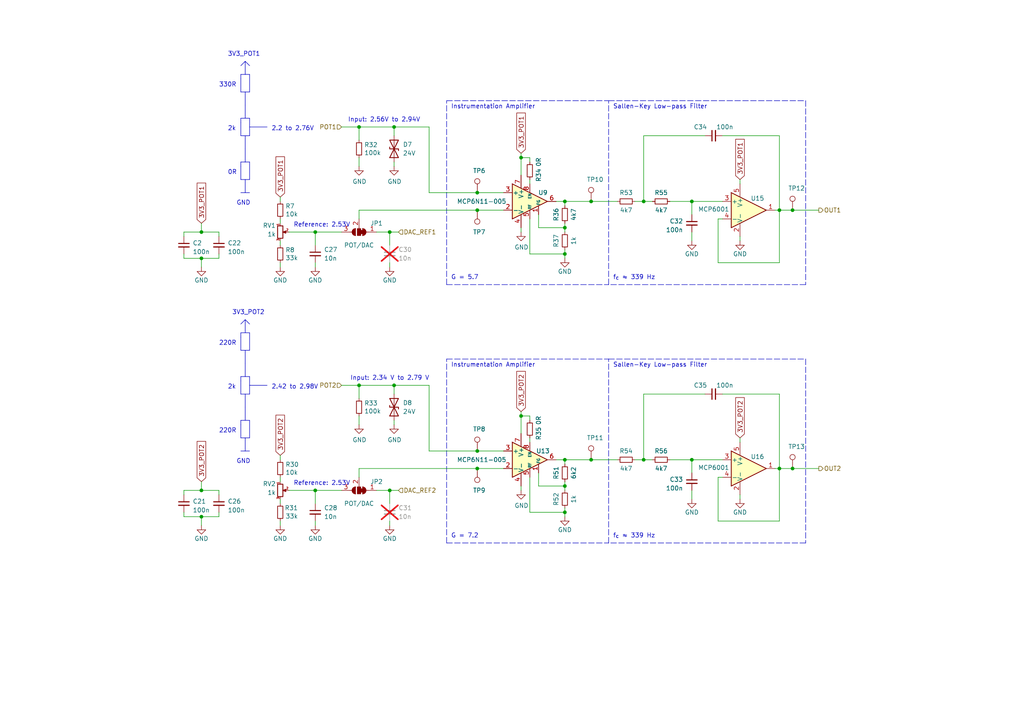
<source format=kicad_sch>
(kicad_sch (version 20230121) (generator eeschema)
  (paper "A4")
  (lib_symbols
    (symbol "Amplifier_Operational:MCP6001-OT" (pin_names (offset 0.127))
      (property "Reference" "U" (at -1.27 6.35 0))
      (property "Value" "MCP6001-OT" (at -1.27 3.81 0))
      (symbol "MCP6001-OT_0_1"
        (polyline (pts (xy -5.08 5.08) (xy 5.08 0) (xy -5.08 -5.08) (xy -5.08 5.08)) (stroke (width 0.254)) (fill (type background)))
        (pin power_in line (at -2.54 -7.62 90) (length 3.81) (name "V-") (number "2"))
        (pin power_in line (at -2.54 7.62 270) (length 3.81) (name "V+") (number "5"))
      )
      (symbol "MCP6001-OT_1_1"
        (pin output line (at 7.62 0 180) (length 2.54) (name "~") (number "1"))
        (pin input line (at -7.62 2.54 0) (length 2.54) (name "+") (number "3"))
        (pin input line (at -7.62 -2.54 0) (length 2.54) (name "-") (number "4"))
      )
    )
    (symbol "Connector:TestPoint" (pin_numbers hide) (pin_names (offset 0.762) hide)
      (property "Reference" "TP" (at 0 6.858 0))
      (property "Value" "TestPoint" (at 0 5.08 0))
      (symbol "TestPoint_0_1"
        (circle (center 0 3.302) (radius 0.762))
      )
      (symbol "TestPoint_1_1"
        (pin passive line (at 0 0 90) (length 2.54) (name "1") (number "1"))
      )
    )
    (symbol "Device:C_Small" (pin_numbers hide) (pin_names (offset 0.254) hide)
      (property "Reference" "C" (at 0.254 1.778 0))
      (property "Value" "C_Small" (at 0.254 -2.032 0))
      (symbol "C_Small_0_1"
        (polyline (pts (xy -1.524 -0.508) (xy 1.524 -0.508)) (stroke (width 0.3302)))
        (polyline (pts (xy -1.524 0.508) (xy 1.524 0.508)) (stroke (width 0.3048)))
      )
      (symbol "C_Small_1_1"
        (pin passive line (at 0 2.54 270) (length 2.032) (name "~") (number "1"))
        (pin passive line (at 0 -2.54 90) (length 2.032) (name "~") (number "2"))
      )
    )
    (symbol "Device:D_TVS" (pin_numbers hide) (pin_names (offset 1.016) hide)
      (property "Reference" "D" (at 0 2.54 0))
      (property "Value" "D_TVS" (at 0 -2.54 0))
      (symbol "D_TVS_0_1"
        (polyline (pts (xy 1.27 0) (xy -1.27 0)))
        (polyline (pts (xy 0.508 1.27) (xy 0 1.27) (xy 0 -1.27) (xy -0.508 -1.27)) (stroke (width 0.254)))
        (polyline (pts (xy -2.54 1.27) (xy -2.54 -1.27) (xy 2.54 1.27) (xy 2.54 -1.27) (xy -2.54 1.27)) (stroke (width 0.254)))
      )
      (symbol "D_TVS_1_1"
        (pin passive line (at -3.81 0 0) (length 2.54) (name "A1") (number "1"))
        (pin passive line (at 3.81 0 180) (length 2.54) (name "A2") (number "2"))
      )
    )
    (symbol "Device:R_Potentiometer_Small" (pin_names (offset 1.016) hide)
      (property "Reference" "RV" (at -4.445 0 90))
      (property "Value" "R_Potentiometer_Small" (at -2.54 0 90))
      (symbol "R_Potentiometer_Small_0_1"
        (polyline (pts (xy 0.889 0) (xy 0.635 0) (xy 1.651 0.381) (xy 1.651 -0.381) (xy 0.635 0) (xy 0.889 0)) (fill (type outline)))
        (rectangle (start 0.762 1.8034) (end -0.762 -1.8034) (stroke (width 0.254)))
      )
      (symbol "R_Potentiometer_Small_1_1"
        (pin passive line (at 0 2.54 270) (length 0.635) (name "1") (number "1"))
        (pin passive line (at 2.54 0 180) (length 0.9906) (name "2") (number "2"))
        (pin passive line (at 0 -2.54 90) (length 0.635) (name "3") (number "3"))
      )
    )
    (symbol "Device:R_Small" (pin_numbers hide) (pin_names (offset 0.254) hide)
      (property "Reference" "R" (at 0.762 0.508 0))
      (property "Value" "R_Small" (at 0.762 -1.016 0))
      (symbol "R_Small_0_1"
        (rectangle (start -0.762 1.778) (end 0.762 -1.778) (stroke (width 0.2032)))
      )
      (symbol "R_Small_1_1"
        (pin passive line (at 0 2.54 270) (length 0.762) (name "~") (number "1"))
        (pin passive line (at 0 -2.54 90) (length 0.762) (name "~") (number "2"))
      )
    )
    (symbol "Jumper:SolderJumper_3_Bridged12" (pin_names (offset 0) hide)
      (property "Reference" "JP" (at -2.54 -2.54 0))
      (property "Value" "SolderJumper_3_Bridged12" (at 0 2.794 0))
      (symbol "SolderJumper_3_Bridged12_0_1"
        (rectangle (start -1.016 0.508) (end -0.508 -0.508) (fill (type outline)))
        (arc (start -1.016 1.016) (mid -2.0276 0) (end -1.016 -1.016))
        (arc (start -1.016 1.016) (mid -2.0276 0) (end -1.016 -1.016) (fill (type outline)))
        (rectangle (start -0.508 1.016) (end 0.508 -1.016) (fill (type outline)))
        (polyline (pts (xy -2.54 0) (xy -2.032 0)))
        (polyline (pts (xy -1.016 1.016) (xy -1.016 -1.016)))
        (polyline (pts (xy 0 -1.27) (xy 0 -1.016)))
        (polyline (pts (xy 1.016 1.016) (xy 1.016 -1.016)))
        (polyline (pts (xy 2.54 0) (xy 2.032 0)))
        (arc (start 1.016 -1.016) (mid 2.0276 0) (end 1.016 1.016))
        (arc (start 1.016 -1.016) (mid 2.0276 0) (end 1.016 1.016) (fill (type outline)))
      )
      (symbol "SolderJumper_3_Bridged12_1_1"
        (pin passive line (at -5.08 0 0) (length 2.54) (name "A") (number "1"))
        (pin passive line (at 0 -3.81 90) (length 2.54) (name "C") (number "2"))
        (pin passive line (at 5.08 0 180) (length 2.54) (name "B") (number "3"))
      )
    )
    (symbol "MCP6N11:MCP6N11" (pin_names (offset 0.127))
      (property "Reference" "U" (at 3.81 6.35 0))
      (property "Value" "MCP6N11-xE" (at 3.81 3.81 0))
      (symbol "MCP6N11_0_1"
        (polyline (pts (xy -5.08 5.08) (xy 5.08 0) (xy -5.08 -5.08) (xy -5.08 5.08)) (stroke (width 0.254)) (fill (type background)))
      )
      (symbol "MCP6N11_1_1"
        (pin passive line (at 2.54 -3.81 90) (length 2.54) (name "FG") (number "1"))
        (pin input line (at -7.62 -2.54 0) (length 2.54) (name "-") (number "2"))
        (pin input line (at -7.62 2.54 0) (length 2.54) (name "+") (number "3"))
        (pin power_in line (at -2.54 -7.62 90) (length 3.81) (name "V-") (number "4"))
        (pin passive line (at 0 -5.08 90) (length 2.54) (name "RF") (number "5"))
        (pin output line (at 7.62 0 180) (length 2.54) (name "~") (number "6"))
        (pin power_in line (at -2.54 7.62 270) (length 3.81) (name "V+") (number "7"))
        (pin input line (at 0 5.08 270) (length 2.54) (name "EN") (number "8"))
        (pin passive line (at -2.54 -7.62 90) (length 3.81) hide (name "EP") (number "9"))
      )
    )
    (symbol "power:GND" (power) (pin_names (offset 0))
      (property "Value" "GND" (at 0 -3.81 0))
      (symbol "GND_0_1"
        (polyline (pts (xy 0 0) (xy 0 -1.27) (xy 1.27 -1.27) (xy 0 -2.54) (xy -1.27 -1.27) (xy 0 -1.27)))
      )
      (symbol "GND_1_1"
        (pin power_in line (at 0 0 270) (length 0) hide (name "GND") (number "1"))
      )
    )
  )
  (junction (at 226.06 60.96))
  (junction (at 58.42 149.86))
  (junction (at 229.87 135.89))
  (junction (at 163.83 66.04))
  (junction (at 114.3 111.76))
  (junction (at 91.44 142.24))
  (junction (at 151.13 45.72))
  (junction (at 186.69 133.35))
  (junction (at 138.43 60.96))
  (junction (at 91.44 67.31))
  (junction (at 226.06 135.89))
  (junction (at 104.14 111.76))
  (junction (at 163.83 133.35))
  (junction (at 151.13 120.65))
  (junction (at 171.45 58.42))
  (junction (at 186.69 58.42))
  (junction (at 58.42 142.24))
  (junction (at 104.14 36.83))
  (junction (at 114.3 36.83))
  (junction (at 113.03 142.24))
  (junction (at 58.42 67.31))
  (junction (at 171.45 133.35))
  (junction (at 163.83 58.42))
  (junction (at 138.43 135.89))
  (junction (at 163.83 140.97))
  (junction (at 138.43 130.81))
  (junction (at 163.83 148.59))
  (junction (at 200.66 58.42))
  (junction (at 113.03 67.31))
  (junction (at 138.43 55.88))
  (junction (at 229.87 60.96))
  (junction (at 163.83 73.66))
  (junction (at 58.42 74.93))
  (junction (at 200.66 133.35))
  (wire (pts (xy 226.06 151.13) (xy 226.06 135.89)))
  (polyline (pts (xy 233.68 104.14) (xy 233.68 157.48)) (stroke (width 0) (type dash)))
  (wire (pts (xy 53.34 148.59) (xy 53.34 149.86)))
  (wire (pts (xy 114.3 36.83) (xy 124.46 36.83)))
  (polyline (pts (xy 69.85 96.52) (xy 69.85 97.79)))
  (wire (pts (xy 226.06 60.96) (xy 224.79 60.96)))
  (polyline (pts (xy 129.54 104.14) (xy 176.53 104.14)) (stroke (width 0) (type dash)))
  (wire (pts (xy 186.69 39.37) (xy 186.69 58.42)))
  (wire (pts (xy 138.43 60.96) (xy 146.05 60.96)))
  (wire (pts (xy 153.67 138.43) (xy 153.67 148.59)))
  (wire (pts (xy 53.34 73.66) (xy 53.34 74.93)))
  (wire (pts (xy 124.46 36.83) (xy 124.46 55.88)))
  (wire (pts (xy 138.43 55.88) (xy 146.05 55.88)))
  (wire (pts (xy 209.55 138.43) (xy 208.28 138.43)))
  (wire (pts (xy 153.67 63.5) (xy 153.67 73.66)))
  (polyline (pts (xy 69.85 110.49) (xy 69.85 114.3)))
  (wire (pts (xy 114.3 39.37) (xy 114.3 36.83)))
  (polyline (pts (xy 71.12 118.11) (xy 71.12 121.92)))
  (wire (pts (xy 81.28 151.13) (xy 81.28 152.4)))
  (polyline (pts (xy 72.39 39.37) (xy 72.39 34.29)))
  (polyline (pts (xy 72.39 96.52) (xy 69.85 96.52)))
  (wire (pts (xy 226.06 114.3) (xy 226.06 135.89)))
  (wire (pts (xy 114.3 48.26) (xy 114.3 46.99)))
  (wire (pts (xy 63.5 142.24) (xy 58.42 142.24)))
  (polyline (pts (xy 71.12 39.37) (xy 71.12 43.18)))
  (wire (pts (xy 186.69 58.42) (xy 189.23 58.42)))
  (wire (pts (xy 153.67 45.72) (xy 153.67 46.99)))
  (wire (pts (xy 156.21 137.16) (xy 156.21 140.97)))
  (polyline (pts (xy 71.12 92.71) (xy 71.12 96.52)))
  (wire (pts (xy 151.13 119.38) (xy 151.13 120.65)))
  (wire (pts (xy 58.42 142.24) (xy 58.42 139.7)))
  (wire (pts (xy 200.66 58.42) (xy 200.66 62.23)))
  (polyline (pts (xy 233.68 157.48) (xy 176.53 157.48)) (stroke (width 0) (type dash)))
  (wire (pts (xy 113.03 67.31) (xy 109.22 67.31)))
  (polyline (pts (xy 176.53 157.48) (xy 176.53 104.14)) (stroke (width 0) (type dash)))
  (wire (pts (xy 113.03 67.31) (xy 113.03 71.12)))
  (polyline (pts (xy 71.12 127) (xy 71.12 130.81)))
  (wire (pts (xy 163.83 139.7) (xy 163.83 140.97)))
  (wire (pts (xy 161.29 133.35) (xy 163.83 133.35)))
  (wire (pts (xy 58.42 152.4) (xy 58.42 149.86)))
  (wire (pts (xy 226.06 135.89) (xy 229.87 135.89)))
  (wire (pts (xy 81.28 132.08) (xy 81.28 133.35)))
  (polyline (pts (xy 72.39 121.92) (xy 69.85 121.92)))
  (wire (pts (xy 200.66 133.35) (xy 209.55 133.35)))
  (wire (pts (xy 124.46 130.81) (xy 138.43 130.81)))
  (wire (pts (xy 63.5 149.86) (xy 58.42 149.86)))
  (polyline (pts (xy 72.39 46.99) (xy 69.85 46.99)))
  (polyline (pts (xy 69.85 123.19) (xy 69.85 127)))
  (wire (pts (xy 104.14 60.96) (xy 138.43 60.96)))
  (wire (pts (xy 91.44 67.31) (xy 99.06 67.31)))
  (wire (pts (xy 214.63 69.85) (xy 214.63 68.58)))
  (polyline (pts (xy 69.85 97.79) (xy 69.85 101.6)))
  (wire (pts (xy 53.34 142.24) (xy 53.34 143.51)))
  (wire (pts (xy 163.83 133.35) (xy 163.83 134.62)))
  (wire (pts (xy 113.03 142.24) (xy 109.22 142.24)))
  (wire (pts (xy 186.69 114.3) (xy 186.69 133.35)))
  (polyline (pts (xy 176.53 82.55) (xy 176.53 29.21)) (stroke (width 0) (type dash)))
  (polyline (pts (xy 69.85 52.07) (xy 72.39 52.07)))
  (wire (pts (xy 63.5 68.58) (xy 63.5 67.31)))
  (wire (pts (xy 81.28 57.15) (xy 81.28 58.42)))
  (wire (pts (xy 226.06 76.2) (xy 226.06 60.96)))
  (wire (pts (xy 161.29 58.42) (xy 163.83 58.42)))
  (wire (pts (xy 114.3 114.3) (xy 114.3 111.76)))
  (wire (pts (xy 91.44 76.2) (xy 91.44 77.47)))
  (wire (pts (xy 99.06 36.83) (xy 104.14 36.83)))
  (wire (pts (xy 163.83 140.97) (xy 163.83 142.24)))
  (wire (pts (xy 186.69 133.35) (xy 189.23 133.35)))
  (polyline (pts (xy 69.85 48.26) (xy 69.85 52.07)))
  (wire (pts (xy 114.3 111.76) (xy 124.46 111.76)))
  (polyline (pts (xy 69.85 121.92) (xy 69.85 123.19)))
  (wire (pts (xy 171.45 58.42) (xy 179.07 58.42)))
  (polyline (pts (xy 176.53 29.21) (xy 233.68 29.21)) (stroke (width 0) (type dash)))
  (polyline (pts (xy 71.12 43.18) (xy 71.12 46.99)))
  (wire (pts (xy 81.28 144.78) (xy 81.28 146.05)))
  (wire (pts (xy 171.45 133.35) (xy 179.07 133.35)))
  (wire (pts (xy 151.13 44.45) (xy 151.13 45.72)))
  (wire (pts (xy 63.5 148.59) (xy 63.5 149.86)))
  (wire (pts (xy 163.83 147.32) (xy 163.83 148.59)))
  (polyline (pts (xy 69.85 21.59) (xy 69.85 22.86)))
  (wire (pts (xy 163.83 66.04) (xy 163.83 67.31)))
  (wire (pts (xy 113.03 151.13) (xy 113.03 152.4)))
  (polyline (pts (xy 69.85 35.56) (xy 69.85 39.37)))
  (wire (pts (xy 113.03 142.24) (xy 113.03 146.05)))
  (wire (pts (xy 63.5 143.51) (xy 63.5 142.24)))
  (wire (pts (xy 194.31 133.35) (xy 200.66 133.35)))
  (wire (pts (xy 153.67 121.92) (xy 153.67 120.65)))
  (wire (pts (xy 163.83 58.42) (xy 163.83 59.69)))
  (wire (pts (xy 153.67 73.66) (xy 163.83 73.66)))
  (wire (pts (xy 226.06 60.96) (xy 229.87 60.96)))
  (wire (pts (xy 124.46 55.88) (xy 138.43 55.88)))
  (wire (pts (xy 208.28 76.2) (xy 226.06 76.2)))
  (wire (pts (xy 156.21 62.23) (xy 156.21 66.04)))
  (polyline (pts (xy 69.85 93.98) (xy 71.12 92.71)))
  (wire (pts (xy 229.87 60.96) (xy 237.49 60.96)))
  (polyline (pts (xy 69.85 19.05) (xy 71.12 17.78)))
  (wire (pts (xy 209.55 63.5) (xy 208.28 63.5)))
  (polyline (pts (xy 72.39 109.22) (xy 69.85 109.22)))
  (wire (pts (xy 81.28 138.43) (xy 81.28 139.7)))
  (wire (pts (xy 226.06 39.37) (xy 226.06 60.96)))
  (wire (pts (xy 151.13 67.31) (xy 151.13 66.04)))
  (polyline (pts (xy 72.39 114.3) (xy 72.39 109.22)))
  (wire (pts (xy 53.34 142.24) (xy 58.42 142.24)))
  (polyline (pts (xy 69.85 114.3) (xy 72.39 114.3)))
  (wire (pts (xy 209.55 39.37) (xy 226.06 39.37)))
  (wire (pts (xy 91.44 67.31) (xy 91.44 71.12)))
  (wire (pts (xy 53.34 149.86) (xy 58.42 149.86)))
  (wire (pts (xy 138.43 135.89) (xy 146.05 135.89)))
  (wire (pts (xy 63.5 67.31) (xy 58.42 67.31)))
  (wire (pts (xy 214.63 144.78) (xy 214.63 143.51)))
  (wire (pts (xy 184.15 133.35) (xy 186.69 133.35)))
  (polyline (pts (xy 69.85 46.99) (xy 69.85 48.26)))
  (wire (pts (xy 186.69 114.3) (xy 204.47 114.3)))
  (wire (pts (xy 104.14 115.57) (xy 104.14 111.76)))
  (polyline (pts (xy 69.85 34.29) (xy 69.85 35.56)))
  (polyline (pts (xy 129.54 157.48) (xy 176.53 157.48)) (stroke (width 0) (type dash)))
  (polyline (pts (xy 71.12 52.07) (xy 71.12 55.88)))
  (wire (pts (xy 209.55 114.3) (xy 226.06 114.3)))
  (polyline (pts (xy 72.39 127) (xy 72.39 121.92)))
  (polyline (pts (xy 69.85 109.22) (xy 69.85 110.49)))
  (polyline (pts (xy 129.54 157.48) (xy 129.54 104.14)) (stroke (width 0) (type dash)))
  (wire (pts (xy 81.28 69.85) (xy 81.28 71.12)))
  (wire (pts (xy 91.44 151.13) (xy 91.44 152.4)))
  (wire (pts (xy 194.31 58.42) (xy 200.66 58.42)))
  (polyline (pts (xy 176.53 104.14) (xy 233.68 104.14)) (stroke (width 0) (type dash)))
  (wire (pts (xy 83.82 142.24) (xy 91.44 142.24)))
  (wire (pts (xy 151.13 45.72) (xy 153.67 45.72)))
  (polyline (pts (xy 72.39 101.6) (xy 72.39 96.52)))
  (wire (pts (xy 156.21 140.97) (xy 163.83 140.97)))
  (wire (pts (xy 91.44 142.24) (xy 91.44 146.05)))
  (wire (pts (xy 104.14 135.89) (xy 138.43 135.89)))
  (wire (pts (xy 58.42 77.47) (xy 58.42 74.93)))
  (wire (pts (xy 151.13 120.65) (xy 151.13 125.73)))
  (polyline (pts (xy 72.39 26.67) (xy 72.39 21.59)))
  (wire (pts (xy 214.63 127) (xy 214.63 128.27)))
  (wire (pts (xy 124.46 111.76) (xy 124.46 130.81)))
  (wire (pts (xy 91.44 142.24) (xy 99.06 142.24)))
  (wire (pts (xy 208.28 151.13) (xy 226.06 151.13)))
  (polyline (pts (xy 71.12 92.71) (xy 72.39 93.98)))
  (wire (pts (xy 63.5 73.66) (xy 63.5 74.93)))
  (polyline (pts (xy 129.54 82.55) (xy 129.54 29.21)) (stroke (width 0) (type dash)))
  (wire (pts (xy 151.13 45.72) (xy 151.13 50.8)))
  (polyline (pts (xy 71.12 114.3) (xy 71.12 118.11)))
  (wire (pts (xy 229.87 135.89) (xy 237.49 135.89)))
  (polyline (pts (xy 129.54 82.55) (xy 176.53 82.55)) (stroke (width 0) (type dash)))
  (polyline (pts (xy 69.85 22.86) (xy 69.85 26.67)))
  (wire (pts (xy 163.83 148.59) (xy 163.83 149.86)))
  (wire (pts (xy 104.14 40.64) (xy 104.14 36.83)))
  (wire (pts (xy 58.42 67.31) (xy 58.42 64.77)))
  (polyline (pts (xy 71.12 30.48) (xy 71.12 34.29)))
  (polyline (pts (xy 69.85 130.81) (xy 72.39 130.81)))
  (wire (pts (xy 104.14 63.5) (xy 104.14 60.96)))
  (wire (pts (xy 113.03 142.24) (xy 115.57 142.24)))
  (polyline (pts (xy 72.39 52.07) (xy 72.39 46.99)))
  (wire (pts (xy 200.66 67.31) (xy 200.66 69.85)))
  (wire (pts (xy 151.13 142.24) (xy 151.13 140.97)))
  (wire (pts (xy 99.06 111.76) (xy 104.14 111.76)))
  (wire (pts (xy 151.13 120.65) (xy 153.67 120.65)))
  (wire (pts (xy 113.03 67.31) (xy 115.57 67.31)))
  (polyline (pts (xy 69.85 39.37) (xy 72.39 39.37)))
  (wire (pts (xy 184.15 58.42) (xy 186.69 58.42)))
  (wire (pts (xy 104.14 48.26) (xy 104.14 45.72)))
  (polyline (pts (xy 129.54 29.21) (xy 176.53 29.21)) (stroke (width 0) (type dash)))
  (polyline (pts (xy 69.85 26.67) (xy 72.39 26.67)))
  (polyline (pts (xy 71.12 17.78) (xy 72.39 19.05)))
  (wire (pts (xy 63.5 74.93) (xy 58.42 74.93)))
  (wire (pts (xy 53.34 67.31) (xy 53.34 68.58)))
  (polyline (pts (xy 72.39 36.83) (xy 77.47 36.83)))
  (wire (pts (xy 114.3 123.19) (xy 114.3 121.92)))
  (wire (pts (xy 163.83 72.39) (xy 163.83 73.66)))
  (polyline (pts (xy 71.12 101.6) (xy 71.12 105.41)))
  (wire (pts (xy 163.83 73.66) (xy 163.83 74.93)))
  (wire (pts (xy 104.14 138.43) (xy 104.14 135.89)))
  (wire (pts (xy 153.67 127) (xy 153.67 128.27)))
  (polyline (pts (xy 72.39 21.59) (xy 69.85 21.59)))
  (wire (pts (xy 153.67 148.59) (xy 163.83 148.59)))
  (wire (pts (xy 104.14 111.76) (xy 114.3 111.76)))
  (wire (pts (xy 186.69 39.37) (xy 204.47 39.37)))
  (polyline (pts (xy 233.68 29.21) (xy 233.68 82.55)) (stroke (width 0) (type dash)))
  (wire (pts (xy 81.28 63.5) (xy 81.28 64.77)))
  (wire (pts (xy 83.82 67.31) (xy 91.44 67.31)))
  (polyline (pts (xy 71.12 26.67) (xy 71.12 30.48)))
  (polyline (pts (xy 71.12 105.41) (xy 71.12 109.22)))
  (wire (pts (xy 104.14 123.19) (xy 104.14 120.65)))
  (wire (pts (xy 156.21 66.04) (xy 163.83 66.04)))
  (polyline (pts (xy 69.85 101.6) (xy 72.39 101.6)))
  (polyline (pts (xy 72.39 111.76) (xy 77.47 111.76)))
  (polyline (pts (xy 71.12 17.78) (xy 71.12 21.59)))
  (polyline (pts (xy 233.68 82.55) (xy 176.53 82.55)) (stroke (width 0) (type dash)))
  (wire (pts (xy 163.83 64.77) (xy 163.83 66.04)))
  (wire (pts (xy 200.66 58.42) (xy 209.55 58.42)))
  (wire (pts (xy 113.03 76.2) (xy 113.03 77.47)))
  (wire (pts (xy 53.34 67.31) (xy 58.42 67.31)))
  (wire (pts (xy 104.14 36.83) (xy 114.3 36.83)))
  (wire (pts (xy 163.83 58.42) (xy 171.45 58.42)))
  (wire (pts (xy 226.06 135.89) (xy 224.79 135.89)))
  (wire (pts (xy 81.28 76.2) (xy 81.28 77.47)))
  (wire (pts (xy 138.43 130.81) (xy 146.05 130.81)))
  (wire (pts (xy 153.67 52.07) (xy 153.67 53.34)))
  (wire (pts (xy 208.28 63.5) (xy 208.28 76.2)))
  (polyline (pts (xy 69.85 55.88) (xy 72.39 55.88)))
  (wire (pts (xy 214.63 52.07) (xy 214.63 53.34)))
  (polyline (pts (xy 72.39 34.29) (xy 69.85 34.29)))
  (wire (pts (xy 208.28 138.43) (xy 208.28 151.13)))
  (polyline (pts (xy 69.85 127) (xy 72.39 127)))
  (wire (pts (xy 200.66 142.24) (xy 200.66 144.78)))
  (wire (pts (xy 53.34 74.93) (xy 58.42 74.93)))
  (wire (pts (xy 163.83 133.35) (xy 171.45 133.35)))
  (wire (pts (xy 200.66 133.35) (xy 200.66 137.16)))
  (text "Input: 2.56V to 2.94V" (at 121.92 35.56 0) (effects (font (size 1.27 1.27)) (justify right bottom)))
  (text "220R" (at 63.5 125.73 0) (effects (font (size 1.27 1.27)) (justify left bottom)))
  (text "330R" (at 63.5 25.4 0) (effects (font (size 1.27 1.27)) (justify left bottom)))
  (text "2k" (at 66.04 113.03 0) (effects (font (size 1.27 1.27)) (justify left bottom)))
  (text "0R" (at 66.04 50.8 0) (effects (font (size 1.27 1.27)) (justify left bottom)))
  (text "f_{c} ≈ 339 Hz" (at 177.8 156.21 0) (effects (font (size 1.27 1.27)) (justify left bottom)))
  (text "Instrumentation Amplifier" (at 130.81 31.75 0) (effects (font (size 1.27 1.27)) (justify left bottom)))
  (text "Sallen-Key Low-pass Filter" (at 177.8 106.68 0) (effects (font (size 1.27 1.27)) (justify left bottom)))
  (text "2.2 to 2.76V" (at 78.74 38.1 0) (effects (font (size 1.27 1.27)) (justify left bottom)))
  (text "G = 7.2" (at 130.81 156.21 0) (effects (font (size 1.27 1.27)) (justify left bottom)))
  (text "220R" (at 63.5 100.33 0) (effects (font (size 1.27 1.27)) (justify left bottom)))
  (text "GND" (at 68.58 134.62 0) (effects (font (size 1.27 1.27)) (justify left bottom)))
  (text "G = 5.7" (at 130.81 81.28 0) (effects (font (size 1.27 1.27)) (justify left bottom)))
  (text "2k" (at 66.04 38.1 0) (effects (font (size 1.27 1.27)) (justify left bottom)))
  (text "3V3_POT1" (at 66.04 16.51 0) (effects (font (size 1.27 1.27)) (justify left bottom)))
  (text "Sallen-Key Low-pass Filter" (at 177.8 31.75 0) (effects (font (size 1.27 1.27)) (justify left bottom)))
  (text "2.42 to 2.98V" (at 78.74 113.03 0) (effects (font (size 1.27 1.27)) (justify left bottom)))
  (text "GND" (at 68.58 59.69 0) (effects (font (size 1.27 1.27)) (justify left bottom)))
  (text "f_{c} ≈ 339 Hz" (at 177.8 81.28 0) (effects (font (size 1.27 1.27)) (justify left bottom)))
  (text "3V3_POT2" (at 67.31 91.44 0) (effects (font (size 1.27 1.27)) (justify left bottom)))
  (text "Reference: 2.53V" (at 101.6 66.04 0) (effects (font (size 1.27 1.27)) (justify right bottom)))
  (text "Instrumentation Amplifier" (at 130.81 106.68 0) (effects (font (size 1.27 1.27)) (justify left bottom)))
  (text "Input: 2.34 V to 2.79 V" (at 101.6 110.49 0) (effects (font (size 1.27 1.27)) (justify left bottom)))
  (text "Reference: 2.53V" (at 101.6 140.97 0) (effects (font (size 1.27 1.27)) (justify right bottom)))
  (global_label "3V3_POT2" (shape input) (at 58.42 139.7 90) (property "Intersheetrefs" "${INTERSHEET_REFS}" (effects hide)))
  (global_label "3V3_POT2" (shape input) (at 151.13 119.38 90) (property "Intersheetrefs" "${INTERSHEET_REFS}" (effects hide)))
  (global_label "3V3_POT1" (shape input) (at 214.63 52.07 90) (property "Intersheetrefs" "${INTERSHEET_REFS}" (effects hide)))
  (global_label "3V3_POT2" (shape input) (at 214.63 127 90) (property "Intersheetrefs" "${INTERSHEET_REFS}" (effects hide)))
  (global_label "3V3_POT1" (shape input) (at 81.28 57.15 90) (property "Intersheetrefs" "${INTERSHEET_REFS}" (effects hide)))
  (global_label "3V3_POT1" (shape input) (at 58.42 64.77 90) (property "Intersheetrefs" "${INTERSHEET_REFS}" (effects hide)))
  (global_label "3V3_POT2" (shape input) (at 81.28 132.08 90) (property "Intersheetrefs" "${INTERSHEET_REFS}" (effects hide)))
  (global_label "3V3_POT1" (shape input) (at 151.13 44.45 90) (property "Intersheetrefs" "${INTERSHEET_REFS}" (effects hide)))
  (hierarchical_label "POT1" (shape input) (at 99.06 36.83 180))
  (hierarchical_label "DAC_REF2" (shape input) (at 115.57 142.24 0))
  (hierarchical_label "POT2" (shape input) (at 99.06 111.76 180))
  (hierarchical_label "OUT1" (shape output) (at 237.49 60.96 0))
  (hierarchical_label "DAC_REF1" (shape input) (at 115.57 67.31 0))
  (hierarchical_label "OUT2" (shape output) (at 237.49 135.89 0))
  (symbol (lib_id "power:GND") (at 104.14 48.26 0) (unit 1)
    (property "Reference" "#PWR094" (effects hide))
    (property "Value" "GND" (at 104.267 52.6542 0))
    (instances (project "PUTM_EV_Frontbox_2023" (path "" (reference "#PWR094") (unit 1))) (project "apps" (path "" (reference "#PWR016") (unit 1))))
  )
  (symbol (lib_id "Device:R_Small") (at 163.83 144.78 180) (unit 1)
    (property "Reference" "R52" (at 161.29 144.78 90))
    (property "Value" "1k" (at 166.37 144.78 90))
    (property "Footprint" "Resistor_SMD:R_0603_1608Metric_Pad0.98x0.95mm_HandSolder" (effects hide))
    (instances (project "PUTM_EV_Frontbox_2023" (path "" (reference "R52") (unit 1))) (project "apps" (path "" (reference "R18") (unit 1))))
  )
  (symbol (lib_id "power:GND") (at 163.83 149.86 0) (unit 1)
    (property "Reference" "#PWR0111" (effects hide))
    (property "Value" "GND" (at 163.83 153.67 0))
    (instances (project "PUTM_EV_Frontbox_2023" (path "" (reference "#PWR0111") (unit 1))) (project "apps" (path "" (reference "#PWR025") (unit 1))))
  )
  (symbol (lib_id "power:GND") (at 214.63 144.78 0) (unit 1)
    (property "Reference" "#PWR0115" (effects hide))
    (property "Value" "GND" (at 214.63 148.59 0))
    (instances (project "PUTM_EV_Frontbox_2023" (path "" (reference "#PWR0115") (unit 1))) (project "apps" (path "" (reference "#PWR029") (unit 1))))
  )
  (symbol (lib_id "power:GND") (at 151.13 142.24 0) (unit 1)
    (property "Reference" "#PWR0108" (effects hide))
    (property "Value" "GND" (at 151.257 146.6342 0))
    (instances (project "PUTM_EV_Frontbox_2023" (path "" (reference "#PWR0108") (unit 1))) (project "apps" (path "" (reference "#PWR023") (unit 1))))
  )
  (symbol (lib_id "Device:R_Small") (at 81.28 135.89 0) (unit 1)
    (property "Reference" "R30" (at 82.7786 134.7216 0) (effects (justify left)))
    (property "Value" "10k" (at 82.7786 137.033 0) (effects (justify left)))
    (property "Footprint" "Resistor_SMD:R_0603_1608Metric_Pad0.98x0.95mm_HandSolder" (effects hide))
    (instances (project "PUTM_EV_Frontbox_2023" (path "" (reference "R30") (unit 1))) (project "apps" (path "" (reference "R9") (unit 1))))
  )
  (symbol (lib_id "Device:R_Small") (at 104.14 43.18 0) (unit 1)
    (property "Reference" "R32" (at 105.6386 42.0116 0) (effects (justify left)))
    (property "Value" "100k" (at 105.6386 44.323 0) (effects (justify left)))
    (property "Footprint" "Resistor_SMD:R_0603_1608Metric_Pad0.98x0.95mm_HandSolder" (effects hide))
    (instances (project "PUTM_EV_Frontbox_2023" (path "" (reference "R32") (unit 1))) (project "apps" (path "" (reference "R11") (unit 1))))
  )
  (symbol (lib_id "power:GND") (at 58.42 77.47 0) (unit 1)
    (property "Reference" "#PWR023" (effects hide))
    (property "Value" "GND" (at 58.42 81.28 0))
    (instances (project "PUTM_EV_Frontbox_2023" (path "" (reference "#PWR023") (unit 1))) (project "apps" (path "" (reference "#PWR010") (unit 1))))
  )
  (symbol (lib_id "Device:R_Potentiometer_Small") (at 81.28 142.24 0) (unit 1)
    (property "Reference" "RV2" (at 80.01 140.335 0) (effects (justify right)))
    (property "Value" "1k" (at 80.01 142.875 0) (effects (justify right)))
    (property "Footprint" "Potentiometer_SMD:Potentiometer_Bourns_3214J_Horizontal" (effects hide))
  )
  (symbol (lib_id "Connector:TestPoint") (at 138.43 130.81 0) (unit 1)
    (property "Reference" "TP8" (at 137.16 124.46 0) (effects (justify left)))
    (property "Value" "APPS_P" (effects hide))
    (property "Footprint" "TestPoint:TestPoint_Pad_D1.0mm" (effects hide))
    (instances (project "PUTM_EV_Frontbox_2023" (path "" (reference "TP8") (unit 1))) (project "apps" (path "" (reference "TP3") (unit 1))))
  )
  (symbol (lib_id "Device:C_Small") (at 113.03 148.59 0) (unit 1) (dnp yes)
    (property "Reference" "C31" (at 115.57 147.32 0) (effects (justify left)))
    (property "Value" "10n" (at 115.57 149.86 0) (effects (justify left)))
    (property "Footprint" "Capacitor_SMD:C_0603_1608Metric_Pad1.08x0.95mm_HandSolder" (effects hide))
    (instances (project "PUTM_EV_Frontbox_2023" (path "" (reference "C31") (unit 1))) (project "apps" (path "" (reference "C16") (unit 1))))
  )
  (symbol (lib_id "Device:C_Small") (at 113.03 73.66 0) (unit 1) (dnp yes)
    (property "Reference" "C30" (at 115.57 72.39 0) (effects (justify left)))
    (property "Value" "10n" (at 115.57 74.93 0) (effects (justify left)))
    (property "Footprint" "Capacitor_SMD:C_0603_1608Metric_Pad1.08x0.95mm_HandSolder" (effects hide))
    (instances (project "PUTM_EV_Frontbox_2023" (path "" (reference "C30") (unit 1))) (project "apps" (path "" (reference "C15") (unit 1))))
  )
  (symbol (lib_id "power:GND") (at 91.44 77.47 0) (unit 1)
    (property "Reference" "#PWR034" (effects hide))
    (property "Value" "GND" (at 91.44 81.28 0))
    (instances (project "PUTM_EV_Frontbox_2023" (path "" (reference "#PWR034") (unit 1))) (project "apps" (path "" (reference "#PWR014") (unit 1))))
  )
  (symbol (lib_id "power:GND") (at 200.66 144.78 0) (unit 1)
    (property "Reference" "#PWR0113" (effects hide))
    (property "Value" "GND" (at 200.66 148.59 0))
    (instances (project "PUTM_EV_Frontbox_2023" (path "" (reference "#PWR0113") (unit 1))) (project "apps" (path "" (reference "#PWR027") (unit 1))))
  )
  (symbol (lib_id "Device:R_Potentiometer_Small") (at 81.28 67.31 0) (unit 1)
    (property "Reference" "RV1" (at 80.01 65.405 0) (effects (justify right)))
    (property "Value" "1k" (at 80.01 67.945 0) (effects (justify right)))
    (property "Footprint" "Potentiometer_SMD:Potentiometer_Bourns_3214J_Horizontal" (effects hide))
  )
  (symbol (lib_id "Device:D_TVS") (at 114.3 118.11 90) (unit 1)
    (property "Reference" "D8" (at 116.84 116.84 90) (effects (justify right)))
    (property "Value" "24V" (at 116.84 119.38 90) (effects (justify right)))
    (property "Footprint" "Diode_SMD:D_0603_1608Metric_Pad1.05x0.95mm_HandSolder" (effects hide))
    (instances (project "PUTM_EV_Frontbox_2023" (path "" (reference "D8") (unit 1))) (project "apps" (path "" (reference "D6") (unit 1))))
  )
  (symbol (lib_id "Device:D_TVS") (at 114.3 43.18 90) (unit 1)
    (property "Reference" "D7" (at 116.84 41.91 90) (effects (justify right)))
    (property "Value" "24V" (at 116.84 44.45 90) (effects (justify right)))
    (property "Footprint" "Diode_SMD:D_0603_1608Metric_Pad1.05x0.95mm_HandSolder" (effects hide))
    (instances (project "PUTM_EV_Frontbox_2023" (path "" (reference "D7") (unit 1))) (project "apps" (path "" (reference "D5") (unit 1))))
  )
  (symbol (lib_id "Device:R_Small") (at 153.67 124.46 180) (unit 1)
    (property "Reference" "R35" (at 156.21 125.73 90))
    (property "Value" "0R" (at 156.21 121.92 90))
    (property "Footprint" "Resistor_SMD:R_0603_1608Metric_Pad0.98x0.95mm_HandSolder" (effects hide))
    (instances (project "PUTM_EV_Frontbox_2023" (path "" (reference "R35") (unit 1))) (project "apps" (path "" (reference "R14") (unit 1))))
  )
  (symbol (lib_id "Device:R_Small") (at 153.67 49.53 180) (unit 1)
    (property "Reference" "R34" (at 156.21 50.8 90))
    (property "Value" "0R" (at 156.21 46.99 90))
    (property "Footprint" "Resistor_SMD:R_0603_1608Metric_Pad0.98x0.95mm_HandSolder" (effects hide))
    (instances (project "PUTM_EV_Frontbox_2023" (path "" (reference "R34") (unit 1))) (project "apps" (path "" (reference "R13") (unit 1))))
  )
  (symbol (lib_id "Jumper:SolderJumper_3_Bridged12") (at 104.14 142.24 180) (unit 1)
    (property "Reference" "JP2" (at 109.22 139.7 0))
    (property "Value" "POT/DAC" (at 104.14 146.05 0))
    (property "Footprint" "Jumper:SolderJumper-3_P1.3mm_Bridged12_RoundedPad1.0x1.5mm" (effects hide))
  )
  (symbol (lib_id "Connector:TestPoint") (at 229.87 135.89 0) (unit 1)
    (property "Reference" "TP13" (at 228.6 129.54 0) (effects (justify left)))
    (property "Value" "APPS_OUT" (effects hide))
    (property "Footprint" "TestPoint:TestPoint_Pad_D1.0mm" (effects hide))
    (instances (project "PUTM_EV_Frontbox_2023" (path "" (reference "TP13") (unit 1))) (project "apps" (path "" (reference "TP8") (unit 1))))
  )
  (symbol (lib_id "power:GND") (at 81.28 77.47 0) (unit 1)
    (property "Reference" "#PWR031" (effects hide))
    (property "Value" "GND" (at 81.28 81.28 0))
    (instances (project "PUTM_EV_Frontbox_2023" (path "" (reference "#PWR031") (unit 1))) (project "apps" (path "" (reference "#PWR012") (unit 1))))
  )
  (symbol (lib_id "power:GND") (at 114.3 48.26 0) (unit 1)
    (property "Reference" "#PWR098" (effects hide))
    (property "Value" "GND" (at 114.427 52.6542 0))
    (instances (project "PUTM_EV_Frontbox_2023" (path "" (reference "#PWR098") (unit 1))) (project "apps" (path "" (reference "#PWR020") (unit 1))))
  )
  (symbol (lib_id "Device:R_Small") (at 163.83 62.23 180) (unit 1)
    (property "Reference" "R36" (at 161.29 62.23 90))
    (property "Value" "4k7" (at 166.37 62.23 90))
    (property "Footprint" "Resistor_SMD:R_0603_1608Metric_Pad0.98x0.95mm_HandSolder" (effects hide))
    (instances (project "PUTM_EV_Frontbox_2023" (path "" (reference "R36") (unit 1))) (project "apps" (path "" (reference "R15") (unit 1))))
  )
  (symbol (lib_id "Device:R_Small") (at 191.77 133.35 90) (unit 1)
    (property "Reference" "R56" (at 191.77 130.81 90))
    (property "Value" "4k7" (at 191.77 135.89 90))
    (property "Footprint" "Resistor_SMD:R_0603_1608Metric_Pad0.98x0.95mm_HandSolder" (effects hide))
    (instances (project "PUTM_EV_Frontbox_2023" (path "" (reference "R56") (unit 1))) (project "apps" (path "" (reference "R22") (unit 1))))
  )
  (symbol (lib_id "power:GND") (at 200.66 69.85 0) (unit 1)
    (property "Reference" "#PWR0112" (effects hide))
    (property "Value" "GND" (at 200.66 73.66 0))
    (instances (project "PUTM_EV_Frontbox_2023" (path "" (reference "#PWR0112") (unit 1))) (project "apps" (path "" (reference "#PWR026") (unit 1))))
  )
  (symbol (lib_id "MCP6N11:MCP6N11") (at 153.67 58.42 0) (unit 1)
    (property "Reference" "U9" (at 157.48 55.88 0))
    (property "Value" "MCP6N11-005\n" (at 139.7 58.42 0))
    (property "Footprint" "Package_DFN_QFN:TDFN-8-1EP_3x2mm_P0.5mm_EP1.3x1.4mm" (effects hide))
    (property "Datasheet" "https://ww1.microchip.com/downloads/en/DeviceDoc/25073A.pdf" (effects hide))
    (instances (project "PUTM_EV_Frontbox_2023" (path "" (reference "U9") (unit 1))) (project "apps" (path "" (reference "U2") (unit 1))))
  )
  (symbol (lib_id "power:GND") (at 151.13 67.31 0) (unit 1)
    (property "Reference" "#PWR0107" (effects hide))
    (property "Value" "GND" (at 151.257 71.7042 0))
    (instances (project "PUTM_EV_Frontbox_2023" (path "" (reference "#PWR0107") (unit 1))) (project "apps" (path "" (reference "#PWR022") (unit 1))))
  )
  (symbol (lib_id "Device:C_Small") (at 91.44 73.66 0) (unit 1)
    (property "Reference" "C27" (at 93.98 72.39 0) (effects (justify left)))
    (property "Value" "10n" (at 93.98 74.93 0) (effects (justify left)))
    (property "Footprint" "Capacitor_SMD:C_0603_1608Metric_Pad1.08x0.95mm_HandSolder" (effects hide))
    (instances (project "PUTM_EV_Frontbox_2023" (path "" (reference "C27") (unit 1))) (project "apps" (path "" (reference "C13") (unit 1))))
  )
  (symbol (lib_id "Amplifier_Operational:MCP6001-OT") (at 217.17 135.89 0) (unit 1)
    (property "Reference" "U16" (at 219.71 132.4611 0))
    (property "Value" "MCP6001" (at 207.01 135.62 0))
    (property "Footprint" "Package_TO_SOT_SMD:SOT-23-5" (effects hide))
    (property "Datasheet" "https://ww1.microchip.com/downloads/en/DeviceDoc/MCP6001-1R-1U-2-4-1-MHz-Low-Power-Op-Amp-DS20001733L.pdf" (effects hide))
    (instances (project "PUTM_EV_Frontbox_2023" (path "" (reference "U16") (unit 1))) (project "apps" (path "" (reference "U5") (unit 1))))
  )
  (symbol (lib_id "Device:R_Small") (at 81.28 60.96 0) (unit 1)
    (property "Reference" "R7" (at 82.7786 59.7916 0) (effects (justify left)))
    (property "Value" "10k" (at 82.7786 62.103 0) (effects (justify left)))
    (property "Footprint" "Resistor_SMD:R_0603_1608Metric_Pad0.98x0.95mm_HandSolder" (effects hide))
  )
  (symbol (lib_id "Device:R_Small") (at 163.83 69.85 180) (unit 1)
    (property "Reference" "R37" (at 161.29 69.85 90))
    (property "Value" "1k" (at 166.37 69.85 90))
    (property "Footprint" "Resistor_SMD:R_0603_1608Metric_Pad0.98x0.95mm_HandSolder" (effects hide))
    (instances (project "PUTM_EV_Frontbox_2023" (path "" (reference "R37") (unit 1))) (project "apps" (path "" (reference "R16") (unit 1))))
  )
  (symbol (lib_id "Device:C_Small") (at 63.5 146.05 0) (unit 1)
    (property "Reference" "C26" (at 66.04 145.4213 0) (effects (justify left)))
    (property "Value" "100n" (at 66.04 147.9613 0) (effects (justify left)))
    (property "Footprint" "Capacitor_SMD:C_0603_1608Metric_Pad1.08x0.95mm_HandSolder" (effects hide))
    (instances (project "PUTM_EV_Frontbox_2023" (path "" (reference "C26") (unit 1))) (project "apps" (path "" (reference "C12") (unit 1))))
  )
  (symbol (lib_id "Device:C_Small") (at 207.01 114.3 90) (unit 1)
    (property "Reference" "C35" (at 205.1113 111.76 90) (effects (justify left)))
    (property "Value" "100n" (at 212.7313 111.76 90) (effects (justify left)))
    (property "Footprint" "Capacitor_SMD:C_0603_1608Metric_Pad1.08x0.95mm_HandSolder" (effects hide))
    (instances (project "PUTM_EV_Frontbox_2023" (path "" (reference "C35") (unit 1))) (project "apps" (path "" (reference "C20") (unit 1))))
  )
  (symbol (lib_id "Device:R_Small") (at 81.28 148.59 0) (unit 1)
    (property "Reference" "R31" (at 82.55 147.32 0) (effects (justify left)))
    (property "Value" "33k" (at 82.7786 149.733 0) (effects (justify left)))
    (property "Footprint" "Resistor_SMD:R_0603_1608Metric_Pad0.98x0.95mm_HandSolder" (effects hide))
    (instances (project "PUTM_EV_Frontbox_2023" (path "" (reference "R31") (unit 1))) (project "apps" (path "" (reference "R10") (unit 1))))
  )
  (symbol (lib_id "Device:C_Small") (at 53.34 146.05 0) (unit 1)
    (property "Reference" "C21" (at 55.88 145.4213 0) (effects (justify left)))
    (property "Value" "100n" (at 55.88 147.9613 0) (effects (justify left)))
    (property "Footprint" "Capacitor_SMD:C_0603_1608Metric_Pad1.08x0.95mm_HandSolder" (effects hide))
    (instances (project "PUTM_EV_Frontbox_2023" (path "" (reference "C21") (unit 1))) (project "apps" (path "" (reference "C10") (unit 1))))
  )
  (symbol (lib_id "Connector:TestPoint") (at 138.43 135.89 180) (unit 1)
    (property "Reference" "TP9" (at 137.16 142.24 0) (effects (justify right)))
    (property "Value" "APPS_N" (effects hide))
    (property "Footprint" "TestPoint:TestPoint_Pad_D1.0mm" (effects hide))
    (instances (project "PUTM_EV_Frontbox_2023" (path "" (reference "TP9") (unit 1))) (project "apps" (path "" (reference "TP4") (unit 1))))
  )
  (symbol (lib_id "Connector:TestPoint") (at 138.43 60.96 180) (unit 1)
    (property "Reference" "TP7" (at 137.16 67.31 0) (effects (justify right)))
    (property "Value" "APPS_N" (effects hide))
    (property "Footprint" "TestPoint:TestPoint_Pad_D1.0mm" (effects hide))
    (instances (project "PUTM_EV_Frontbox_2023" (path "" (reference "TP7") (unit 1))) (project "apps" (path "" (reference "TP2") (unit 1))))
  )
  (symbol (lib_id "Device:R_Small") (at 181.61 133.35 90) (unit 1)
    (property "Reference" "R54" (at 181.61 130.81 90))
    (property "Value" "4k7" (at 181.61 135.89 90))
    (property "Footprint" "Resistor_SMD:R_0603_1608Metric_Pad0.98x0.95mm_HandSolder" (effects hide))
    (instances (project "PUTM_EV_Frontbox_2023" (path "" (reference "R54") (unit 1))) (project "apps" (path "" (reference "R20") (unit 1))))
  )
  (symbol (lib_id "Amplifier_Operational:MCP6001-OT") (at 217.17 60.96 0) (unit 1)
    (property "Reference" "U15" (at 219.71 57.5311 0))
    (property "Value" "MCP6001" (at 207.01 60.69 0))
    (property "Footprint" "Package_TO_SOT_SMD:SOT-23-5" (effects hide))
    (property "Datasheet" "https://ww1.microchip.com/downloads/en/DeviceDoc/MCP6001-1R-1U-2-4-1-MHz-Low-Power-Op-Amp-DS20001733L.pdf" (effects hide))
    (instances (project "PUTM_EV_Frontbox_2023" (path "" (reference "U15") (unit 1))) (project "apps" (path "" (reference "U4") (unit 1))))
  )
  (symbol (lib_id "Device:C_Small") (at 200.66 64.77 0) (mirror y) (unit 1)
    (property "Reference" "C32" (at 198.12 64.1413 0) (effects (justify left)))
    (property "Value" "100n" (at 198.12 66.6813 0) (effects (justify left)))
    (property "Footprint" "Capacitor_SMD:C_0603_1608Metric_Pad1.08x0.95mm_HandSolder" (effects hide))
    (instances (project "PUTM_EV_Frontbox_2023" (path "" (reference "C32") (unit 1))) (project "apps" (path "" (reference "C17") (unit 1))))
  )
  (symbol (lib_id "Connector:TestPoint") (at 229.87 60.96 0) (unit 1)
    (property "Reference" "TP12" (at 228.6 54.61 0) (effects (justify left)))
    (property "Value" "APPS_OUT" (effects hide))
    (property "Footprint" "TestPoint:TestPoint_Pad_D1.0mm" (effects hide))
    (instances (project "PUTM_EV_Frontbox_2023" (path "" (reference "TP12") (unit 1))) (project "apps" (path "" (reference "TP7") (unit 1))))
  )
  (symbol (lib_id "Connector:TestPoint") (at 138.43 55.88 0) (unit 1)
    (property "Reference" "TP6" (at 137.16 49.53 0) (effects (justify left)))
    (property "Value" "APPS_P" (effects hide))
    (property "Footprint" "TestPoint:TestPoint_Pad_D1.0mm" (effects hide))
    (instances (project "PUTM_EV_Frontbox_2023" (path "" (reference "TP6") (unit 1))) (project "apps" (path "" (reference "TP1") (unit 1))))
  )
  (symbol (lib_id "Device:R_Small") (at 191.77 58.42 90) (unit 1)
    (property "Reference" "R55" (at 191.77 55.88 90))
    (property "Value" "4k7" (at 191.77 60.96 90))
    (property "Footprint" "Resistor_SMD:R_0603_1608Metric_Pad0.98x0.95mm_HandSolder" (effects hide))
    (instances (project "PUTM_EV_Frontbox_2023" (path "" (reference "R55") (unit 1))) (project "apps" (path "" (reference "R21") (unit 1))))
  )
  (symbol (lib_id "power:GND") (at 91.44 152.4 0) (unit 1)
    (property "Reference" "#PWR093" (effects hide))
    (property "Value" "GND" (at 91.44 156.21 0))
    (instances (project "PUTM_EV_Frontbox_2023" (path "" (reference "#PWR093") (unit 1))) (project "apps" (path "" (reference "#PWR015") (unit 1))))
  )
  (symbol (lib_id "Device:R_Small") (at 163.83 137.16 180) (unit 1)
    (property "Reference" "R51" (at 161.29 137.16 90))
    (property "Value" "6k2" (at 166.37 137.16 90))
    (property "Footprint" "Resistor_SMD:R_0603_1608Metric_Pad0.98x0.95mm_HandSolder" (effects hide))
    (instances (project "PUTM_EV_Frontbox_2023" (path "" (reference "R51") (unit 1))) (project "apps" (path "" (reference "R17") (unit 1))))
  )
  (symbol (lib_id "Device:R_Small") (at 81.28 73.66 0) (unit 1)
    (property "Reference" "R8" (at 82.7786 72.4916 0) (effects (justify left)))
    (property "Value" "33k" (at 82.7786 74.803 0) (effects (justify left)))
    (property "Footprint" "Resistor_SMD:R_0603_1608Metric_Pad0.98x0.95mm_HandSolder" (effects hide))
  )
  (symbol (lib_id "power:GND") (at 113.03 77.47 0) (unit 1)
    (property "Reference" "#PWR096" (effects hide))
    (property "Value" "GND" (at 113.03 81.28 0))
    (instances (project "PUTM_EV_Frontbox_2023" (path "" (reference "#PWR096") (unit 1))) (project "apps" (path "" (reference "#PWR018") (unit 1))))
  )
  (symbol (lib_id "MCP6N11:MCP6N11") (at 153.67 133.35 0) (unit 1)
    (property "Reference" "U13" (at 157.48 130.81 0))
    (property "Value" "MCP6N11-005\n" (at 139.7 133.35 0))
    (property "Footprint" "Package_DFN_QFN:TDFN-8-1EP_3x2mm_P0.5mm_EP1.3x1.4mm" (effects hide))
    (property "Datasheet" "https://ww1.microchip.com/downloads/en/DeviceDoc/25073A.pdf" (effects hide))
    (instances (project "PUTM_EV_Frontbox_2023" (path "" (reference "U13") (unit 1))) (project "apps" (path "" (reference "U3") (unit 1))))
  )
  (symbol (lib_id "power:GND") (at 113.03 152.4 0) (unit 1)
    (property "Reference" "#PWR097" (effects hide))
    (property "Value" "GND" (at 113.03 156.21 0))
    (instances (project "PUTM_EV_Frontbox_2023" (path "" (reference "#PWR097") (unit 1))) (project "apps" (path "" (reference "#PWR019") (unit 1))))
  )
  (symbol (lib_id "Device:C_Small") (at 53.34 71.12 0) (unit 1)
    (property "Reference" "C2" (at 55.88 70.4913 0) (effects (justify left)))
    (property "Value" "100n" (at 55.88 73.0313 0) (effects (justify left)))
    (property "Footprint" "Capacitor_SMD:C_0603_1608Metric_Pad1.08x0.95mm_HandSolder" (effects hide))
    (instances (project "PUTM_EV_Frontbox_2023" (path "" (reference "C2") (unit 1))) (project "apps" (path "" (reference "C9") (unit 1))))
  )
  (symbol (lib_id "Device:R_Small") (at 104.14 118.11 0) (unit 1)
    (property "Reference" "R33" (at 105.6386 116.9416 0) (effects (justify left)))
    (property "Value" "100k" (at 105.6386 119.253 0) (effects (justify left)))
    (property "Footprint" "Resistor_SMD:R_0603_1608Metric_Pad0.98x0.95mm_HandSolder" (effects hide))
    (instances (project "PUTM_EV_Frontbox_2023" (path "" (reference "R33") (unit 1))) (project "apps" (path "" (reference "R12") (unit 1))))
  )
  (symbol (lib_id "Device:C_Small") (at 200.66 139.7 0) (mirror y) (unit 1)
    (property "Reference" "C33" (at 198.12 139.0713 0) (effects (justify left)))
    (property "Value" "100n" (at 198.12 141.6113 0) (effects (justify left)))
    (property "Footprint" "Capacitor_SMD:C_0603_1608Metric_Pad1.08x0.95mm_HandSolder" (effects hide))
    (instances (project "PUTM_EV_Frontbox_2023" (path "" (reference "C33") (unit 1))) (project "apps" (path "" (reference "C18") (unit 1))))
  )
  (symbol (lib_id "Connector:TestPoint") (at 171.45 133.35 0) (unit 1)
    (property "Reference" "TP11" (at 170.18 127 0) (effects (justify left)))
    (property "Value" "APPS_MID" (effects hide))
    (property "Footprint" "TestPoint:TestPoint_Pad_D1.0mm" (effects hide))
    (instances (project "PUTM_EV_Frontbox_2023" (path "" (reference "TP11") (unit 1))) (project "apps" (path "" (reference "TP6") (unit 1))))
  )
  (symbol (lib_id "power:GND") (at 114.3 123.19 0) (unit 1)
    (property "Reference" "#PWR0106" (effects hide))
    (property "Value" "GND" (at 114.427 127.5842 0))
    (instances (project "PUTM_EV_Frontbox_2023" (path "" (reference "#PWR0106") (unit 1))) (project "apps" (path "" (reference "#PWR021") (unit 1))))
  )
  (symbol (lib_id "power:GND") (at 58.42 152.4 0) (unit 1)
    (property "Reference" "#PWR024" (effects hide))
    (property "Value" "GND" (at 58.42 156.21 0))
    (instances (project "PUTM_EV_Frontbox_2023" (path "" (reference "#PWR024") (unit 1))) (project "apps" (path "" (reference "#PWR011") (unit 1))))
  )
  (symbol (lib_id "power:GND") (at 104.14 123.19 0) (unit 1)
    (property "Reference" "#PWR095" (effects hide))
    (property "Value" "GND" (at 104.267 127.5842 0))
    (instances (project "PUTM_EV_Frontbox_2023" (path "" (reference "#PWR095") (unit 1))) (project "apps" (path "" (reference "#PWR017") (unit 1))))
  )
  (symbol (lib_id "Device:C_Small") (at 63.5 71.12 0) (unit 1)
    (property "Reference" "C22" (at 66.04 70.4913 0) (effects (justify left)))
    (property "Value" "100n" (at 66.04 73.0313 0) (effects (justify left)))
    (property "Footprint" "Capacitor_SMD:C_0603_1608Metric_Pad1.08x0.95mm_HandSolder" (effects hide))
    (instances (project "PUTM_EV_Frontbox_2023" (path "" (reference "C22") (unit 1))) (project "apps" (path "" (reference "C11") (unit 1))))
  )
  (symbol (lib_id "power:GND") (at 163.83 74.93 0) (unit 1)
    (property "Reference" "#PWR0109" (effects hide))
    (property "Value" "GND" (at 163.83 78.74 0))
    (instances (project "PUTM_EV_Frontbox_2023" (path "" (reference "#PWR0109") (unit 1))) (project "apps" (path "" (reference "#PWR024") (unit 1))))
  )
  (symbol (lib_id "power:GND") (at 81.28 152.4 0) (unit 1)
    (property "Reference" "#PWR033" (effects hide))
    (property "Value" "GND" (at 81.28 156.21 0))
    (instances (project "PUTM_EV_Frontbox_2023" (path "" (reference "#PWR033") (unit 1))) (project "apps" (path "" (reference "#PWR013") (unit 1))))
  )
  (symbol (lib_id "Device:C_Small") (at 207.01 39.37 90) (unit 1)
    (property "Reference" "C34" (at 205.1113 36.83 90) (effects (justify left)))
    (property "Value" "100n" (at 212.7313 36.83 90) (effects (justify left)))
    (property "Footprint" "Capacitor_SMD:C_0603_1608Metric_Pad1.08x0.95mm_HandSolder" (effects hide))
    (instances (project "PUTM_EV_Frontbox_2023" (path "" (reference "C34") (unit 1))) (project "apps" (path "" (reference "C19") (unit 1))))
  )
  (symbol (lib_id "Jumper:SolderJumper_3_Bridged12") (at 104.14 67.31 180) (unit 1)
    (property "Reference" "JP1" (at 109.22 64.77 0))
    (property "Value" "POT/DAC" (at 104.14 71.12 0))
    (property "Footprint" "Jumper:SolderJumper-3_P1.3mm_Bridged12_RoundedPad1.0x1.5mm" (effects hide))
  )
  (symbol (lib_id "Connector:TestPoint") (at 171.45 58.42 0) (unit 1)
    (property "Reference" "TP10" (at 170.18 52.07 0) (effects (justify left)))
    (property "Value" "APPS_MID" (effects hide))
    (property "Footprint" "TestPoint:TestPoint_Pad_D1.0mm" (effects hide))
    (instances (project "PUTM_EV_Frontbox_2023" (path "" (reference "TP10") (unit 1))) (project "apps" (path "" (reference "TP5") (unit 1))))
  )
  (symbol (lib_id "Device:C_Small") (at 91.44 148.59 0) (unit 1)
    (property "Reference" "C28" (at 93.98 147.32 0) (effects (justify left)))
    (property "Value" "10n" (at 93.98 149.86 0) (effects (justify left)))
    (property "Footprint" "Capacitor_SMD:C_0603_1608Metric_Pad1.08x0.95mm_HandSolder" (effects hide))
    (instances (project "PUTM_EV_Frontbox_2023" (path "" (reference "C28") (unit 1))) (project "apps" (path "" (reference "C14") (unit 1))))
  )
  (symbol (lib_id "Device:R_Small") (at 181.61 58.42 90) (unit 1)
    (property "Reference" "R53" (at 181.61 55.88 90))
    (property "Value" "4k7" (at 181.61 60.96 90))
    (property "Footprint" "Resistor_SMD:R_0603_1608Metric_Pad0.98x0.95mm_HandSolder" (effects hide))
    (instances (project "PUTM_EV_Frontbox_2023" (path "" (reference "R53") (unit 1))) (project "apps" (path "" (reference "R19") (unit 1))))
  )
  (symbol (lib_id "power:GND") (at 214.63 69.85 0) (unit 1)
    (property "Reference" "#PWR0114" (effects hide))
    (property "Value" "GND" (at 214.63 73.66 0))
    (instances (project "PUTM_EV_Frontbox_2023" (path "" (reference "#PWR0114") (unit 1))) (project "apps" (path "" (reference "#PWR028") (unit 1))))
  )
)
</source>
